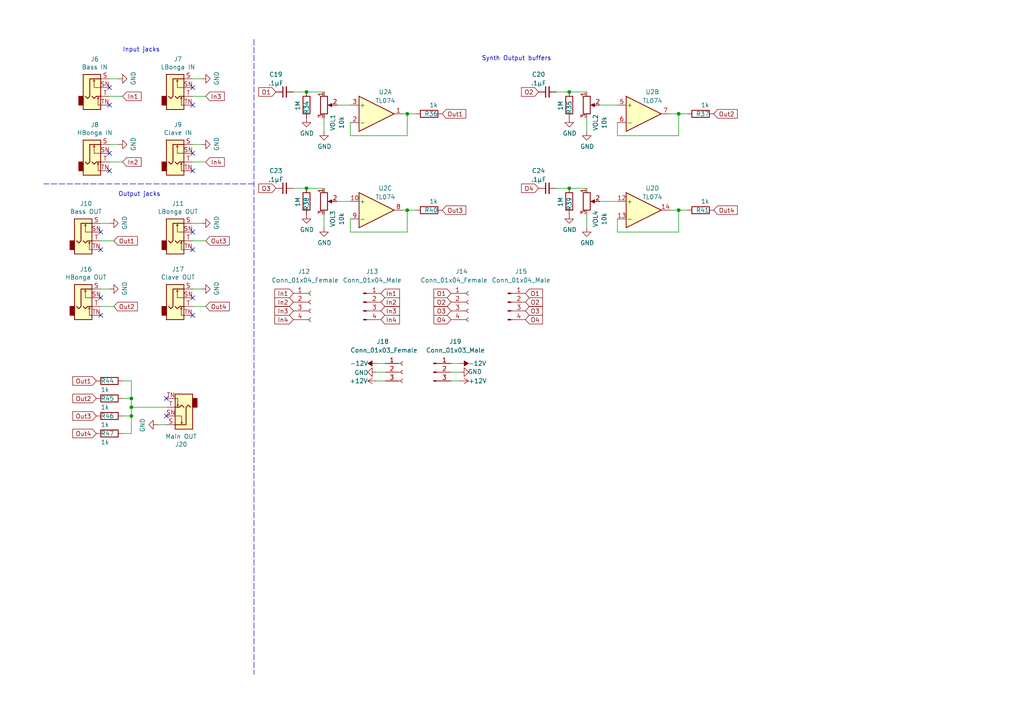
<source format=kicad_sch>
(kicad_sch (version 20211123) (generator eeschema)
  (paper "A4")
  (lib_symbols
    (symbol "Amplifier_Operational:TL074" (pin_names (offset 0.127))
      (property "Reference" "U" (at 0 5.08 0))
      (property "Value" "TL074" (at 0 -5.08 0))
      (symbol "TL074_1_1"
        (polyline (pts (xy -5.08 5.08) (xy 5.08 0) (xy -5.08 -5.08) (xy -5.08 5.08)) (stroke (width 0.254)) (fill (type background)))
        (pin output line (at 7.62 0 180) (length 2.54) (name "~") (number "1"))
        (pin input line (at -7.62 -2.54 0) (length 2.54) (name "-") (number "2"))
        (pin input line (at -7.62 2.54 0) (length 2.54) (name "+") (number "3"))
      )
      (symbol "TL074_2_1"
        (polyline (pts (xy -5.08 5.08) (xy 5.08 0) (xy -5.08 -5.08) (xy -5.08 5.08)) (stroke (width 0.254)) (fill (type background)))
        (pin input line (at -7.62 2.54 0) (length 2.54) (name "+") (number "5"))
        (pin input line (at -7.62 -2.54 0) (length 2.54) (name "-") (number "6"))
        (pin output line (at 7.62 0 180) (length 2.54) (name "~") (number "7"))
      )
      (symbol "TL074_3_1"
        (polyline (pts (xy -5.08 5.08) (xy 5.08 0) (xy -5.08 -5.08) (xy -5.08 5.08)) (stroke (width 0.254)) (fill (type background)))
        (pin input line (at -7.62 2.54 0) (length 2.54) (name "+") (number "10"))
        (pin output line (at 7.62 0 180) (length 2.54) (name "~") (number "8"))
        (pin input line (at -7.62 -2.54 0) (length 2.54) (name "-") (number "9"))
      )
      (symbol "TL074_4_1"
        (polyline (pts (xy -5.08 5.08) (xy 5.08 0) (xy -5.08 -5.08) (xy -5.08 5.08)) (stroke (width 0.254)) (fill (type background)))
        (pin input line (at -7.62 2.54 0) (length 2.54) (name "+") (number "12"))
        (pin input line (at -7.62 -2.54 0) (length 2.54) (name "-") (number "13"))
        (pin output line (at 7.62 0 180) (length 2.54) (name "~") (number "14"))
      )
      (symbol "TL074_5_1"
        (pin power_in line (at -2.54 -7.62 90) (length 3.81) (name "V-") (number "11"))
        (pin power_in line (at -2.54 7.62 270) (length 3.81) (name "V+") (number "4"))
      )
    )
    (symbol "Connector:AudioJack2_Switch"
      (property "Reference" "J" (at 0 11.43 0))
      (property "Value" "AudioJack2_Switch" (at 0 8.89 0))
      (symbol "AudioJack2_Switch_0_1"
        (rectangle (start -2.54 0) (end -3.81 -2.54) (stroke (width 0.254)) (fill (type outline)))
        (rectangle (start 2.54 6.35) (end -2.54 -3.81) (stroke (width 0.254)) (fill (type background)))
      )
      (symbol "AudioJack2_Switch_1_1"
        (polyline (pts (xy 0.635 4.826) (xy 0.889 4.318)))
        (polyline (pts (xy 1.778 -0.254) (xy 2.032 -0.762)))
        (polyline (pts (xy 0 0) (xy 0.635 -0.635) (xy 1.27 0) (xy 2.54 0)) (stroke (width 0.254)))
        (polyline (pts (xy 2.54 -2.54) (xy 1.778 -2.54) (xy 1.778 -0.254) (xy 1.524 -0.762)))
        (polyline (pts (xy 2.54 2.54) (xy 0.635 2.54) (xy 0.635 4.826) (xy 0.381 4.318)))
        (polyline (pts (xy 2.54 5.08) (xy -0.635 5.08) (xy -0.635 0) (xy -1.27 -0.635) (xy -1.905 0)) (stroke (width 0.254)))
        (pin passive line (at 5.08 5.08 180) (length 2.54) (name "~") (number "S"))
        (pin passive line (at 5.08 2.54 180) (length 2.54) (name "~") (number "SN"))
        (pin passive line (at 5.08 0 180) (length 2.54) (name "~") (number "T"))
        (pin passive line (at 5.08 -2.54 180) (length 2.54) (name "~") (number "TN"))
      )
    )
    (symbol "Connector:Conn_01x03_Female" (pin_names (offset 1.016) hide)
      (property "Reference" "J" (at 0 5.08 0))
      (property "Value" "Conn_01x03_Female" (at 0 -5.08 0))
      (symbol "Conn_01x03_Female_1_1"
        (arc (start 0 -2.032) (mid -0.508 -2.54) (end 0 -3.048) (stroke (width 0.1524)))
        (polyline (pts (xy -1.27 -2.54) (xy -0.508 -2.54)) (stroke (width 0.1524)))
        (polyline (pts (xy -1.27 0) (xy -0.508 0)) (stroke (width 0.1524)))
        (polyline (pts (xy -1.27 2.54) (xy -0.508 2.54)) (stroke (width 0.1524)))
        (arc (start 0 0.508) (mid -0.508 0) (end 0 -0.508) (stroke (width 0.1524)))
        (arc (start 0 3.048) (mid -0.508 2.54) (end 0 2.032) (stroke (width 0.1524)))
        (pin passive line (at -5.08 2.54 0) (length 3.81) (name "Pin_1") (number "1"))
        (pin passive line (at -5.08 0 0) (length 3.81) (name "Pin_2") (number "2"))
        (pin passive line (at -5.08 -2.54 0) (length 3.81) (name "Pin_3") (number "3"))
      )
    )
    (symbol "Connector:Conn_01x03_Male" (pin_names (offset 1.016) hide)
      (property "Reference" "J" (at 0 5.08 0))
      (property "Value" "Conn_01x03_Male" (at 0 -5.08 0))
      (symbol "Conn_01x03_Male_1_1"
        (polyline (pts (xy 1.27 -2.54) (xy 0.8636 -2.54)) (stroke (width 0.1524)))
        (polyline (pts (xy 1.27 0) (xy 0.8636 0)) (stroke (width 0.1524)))
        (polyline (pts (xy 1.27 2.54) (xy 0.8636 2.54)) (stroke (width 0.1524)))
        (rectangle (start 0.8636 -2.413) (end 0 -2.667) (stroke (width 0.1524)) (fill (type outline)))
        (rectangle (start 0.8636 0.127) (end 0 -0.127) (stroke (width 0.1524)) (fill (type outline)))
        (rectangle (start 0.8636 2.667) (end 0 2.413) (stroke (width 0.1524)) (fill (type outline)))
        (pin passive line (at 5.08 2.54 180) (length 3.81) (name "Pin_1") (number "1"))
        (pin passive line (at 5.08 0 180) (length 3.81) (name "Pin_2") (number "2"))
        (pin passive line (at 5.08 -2.54 180) (length 3.81) (name "Pin_3") (number "3"))
      )
    )
    (symbol "Connector:Conn_01x04_Female" (pin_names (offset 1.016) hide)
      (property "Reference" "J" (at 0 5.08 0))
      (property "Value" "Conn_01x04_Female" (at 0 -7.62 0))
      (symbol "Conn_01x04_Female_1_1"
        (arc (start 0 -4.572) (mid -0.508 -5.08) (end 0 -5.588) (stroke (width 0.1524)))
        (arc (start 0 -2.032) (mid -0.508 -2.54) (end 0 -3.048) (stroke (width 0.1524)))
        (polyline (pts (xy -1.27 -5.08) (xy -0.508 -5.08)) (stroke (width 0.1524)))
        (polyline (pts (xy -1.27 -2.54) (xy -0.508 -2.54)) (stroke (width 0.1524)))
        (polyline (pts (xy -1.27 0) (xy -0.508 0)) (stroke (width 0.1524)))
        (polyline (pts (xy -1.27 2.54) (xy -0.508 2.54)) (stroke (width 0.1524)))
        (arc (start 0 0.508) (mid -0.508 0) (end 0 -0.508) (stroke (width 0.1524)))
        (arc (start 0 3.048) (mid -0.508 2.54) (end 0 2.032) (stroke (width 0.1524)))
        (pin passive line (at -5.08 2.54 0) (length 3.81) (name "Pin_1") (number "1"))
        (pin passive line (at -5.08 0 0) (length 3.81) (name "Pin_2") (number "2"))
        (pin passive line (at -5.08 -2.54 0) (length 3.81) (name "Pin_3") (number "3"))
        (pin passive line (at -5.08 -5.08 0) (length 3.81) (name "Pin_4") (number "4"))
      )
    )
    (symbol "Connector:Conn_01x04_Male" (pin_names (offset 1.016) hide)
      (property "Reference" "J" (at 0 5.08 0))
      (property "Value" "Conn_01x04_Male" (at 0 -7.62 0))
      (symbol "Conn_01x04_Male_1_1"
        (polyline (pts (xy 1.27 -5.08) (xy 0.8636 -5.08)) (stroke (width 0.1524)))
        (polyline (pts (xy 1.27 -2.54) (xy 0.8636 -2.54)) (stroke (width 0.1524)))
        (polyline (pts (xy 1.27 0) (xy 0.8636 0)) (stroke (width 0.1524)))
        (polyline (pts (xy 1.27 2.54) (xy 0.8636 2.54)) (stroke (width 0.1524)))
        (rectangle (start 0.8636 -4.953) (end 0 -5.207) (stroke (width 0.1524)) (fill (type outline)))
        (rectangle (start 0.8636 -2.413) (end 0 -2.667) (stroke (width 0.1524)) (fill (type outline)))
        (rectangle (start 0.8636 0.127) (end 0 -0.127) (stroke (width 0.1524)) (fill (type outline)))
        (rectangle (start 0.8636 2.667) (end 0 2.413) (stroke (width 0.1524)) (fill (type outline)))
        (pin passive line (at 5.08 2.54 180) (length 3.81) (name "Pin_1") (number "1"))
        (pin passive line (at 5.08 0 180) (length 3.81) (name "Pin_2") (number "2"))
        (pin passive line (at 5.08 -2.54 180) (length 3.81) (name "Pin_3") (number "3"))
        (pin passive line (at 5.08 -5.08 180) (length 3.81) (name "Pin_4") (number "4"))
      )
    )
    (symbol "Device:C_Small" (pin_numbers hide) (pin_names (offset 0.254) hide)
      (property "Reference" "C" (at 0.254 1.778 0))
      (property "Value" "C_Small" (at 0.254 -2.032 0))
      (symbol "C_Small_0_1"
        (polyline (pts (xy -1.524 -0.508) (xy 1.524 -0.508)) (stroke (width 0.3302)))
        (polyline (pts (xy -1.524 0.508) (xy 1.524 0.508)) (stroke (width 0.3048)))
      )
      (symbol "C_Small_1_1"
        (pin passive line (at 0 2.54 270) (length 2.032) (name "~") (number "1"))
        (pin passive line (at 0 -2.54 90) (length 2.032) (name "~") (number "2"))
      )
    )
    (symbol "Device:R" (pin_numbers hide) (pin_names (offset 0))
      (property "Reference" "R" (at 2.032 0 90))
      (property "Value" "R" (at 0 0 90))
      (symbol "R_0_1"
        (rectangle (start -1.016 -2.54) (end 1.016 2.54) (stroke (width 0.254)))
      )
      (symbol "R_1_1"
        (pin passive line (at 0 3.81 270) (length 1.27) (name "~") (number "1"))
        (pin passive line (at 0 -3.81 90) (length 1.27) (name "~") (number "2"))
      )
    )
    (symbol "Device:R_POT" (pin_names (offset 1.016) hide)
      (property "Reference" "RV" (at -4.445 0 90))
      (property "Value" "Device_R_POT" (at -2.54 0 90))
      (symbol "R_POT_0_1"
        (polyline (pts (xy 2.54 0) (xy 1.524 0)))
        (polyline (pts (xy 1.143 0) (xy 2.286 0.508) (xy 2.286 -0.508) (xy 1.143 0)) (fill (type outline)))
        (rectangle (start 1.016 2.54) (end -1.016 -2.54) (stroke (width 0.254)))
      )
      (symbol "R_POT_1_1"
        (pin passive line (at 0 3.81 270) (length 1.27) (name "1") (number "1"))
        (pin passive line (at 3.81 0 180) (length 1.27) (name "2") (number "2"))
        (pin passive line (at 0 -3.81 90) (length 1.27) (name "3") (number "3"))
      )
    )
    (symbol "power:+12V" (power) (pin_names (offset 0))
      (property "Value" "+12V" (at 0 3.556 0))
      (symbol "+12V_0_1"
        (polyline (pts (xy -0.762 1.27) (xy 0 2.54)))
        (polyline (pts (xy 0 0) (xy 0 2.54)))
        (polyline (pts (xy 0 2.54) (xy 0.762 1.27)))
      )
      (symbol "+12V_1_1"
        (pin power_in line (at 0 0 90) (length 0) hide (name "+12V") (number "1"))
      )
    )
    (symbol "power:-12V" (power) (pin_names (offset 0))
      (property "Value" "-12V" (at 0 3.81 0))
      (symbol "-12V_0_0"
        (pin power_in line (at 0 0 90) (length 0) hide (name "-12V") (number "1"))
      )
      (symbol "-12V_0_1"
        (polyline (pts (xy 0 0) (xy 0 1.27) (xy 0.762 1.27) (xy 0 2.54) (xy -0.762 1.27) (xy 0 1.27)) (fill (type outline)))
      )
    )
    (symbol "power:GND" (power) (pin_names (offset 0))
      (property "Value" "GND" (at 0 -3.81 0))
      (symbol "GND_0_1"
        (polyline (pts (xy 0 0) (xy 0 -1.27) (xy 1.27 -1.27) (xy 0 -2.54) (xy -1.27 -1.27) (xy 0 -1.27)))
      )
      (symbol "GND_1_1"
        (pin power_in line (at 0 0 270) (length 0) hide (name "GND") (number "1"))
      )
    )
  )
  (junction (at 196.85 60.96))
  (junction (at 88.9 26.67))
  (junction (at 118.11 60.96))
  (junction (at 196.85 33.02))
  (junction (at 38.1 115.57))
  (junction (at 38.1 120.65))
  (junction (at 165.1 54.61))
  (junction (at 38.1 118.11))
  (junction (at 165.1 26.67))
  (junction (at 88.9 54.61))
  (junction (at 118.11 33.02))
  (no_connect (at 55.88 86.36))
  (no_connect (at 55.88 67.31))
  (no_connect (at 31.75 49.53))
  (no_connect (at 48.26 115.57))
  (no_connect (at 31.75 44.45))
  (no_connect (at 55.88 49.53))
  (no_connect (at 29.21 91.44))
  (no_connect (at 48.26 120.65))
  (no_connect (at 29.21 72.39))
  (no_connect (at 31.75 30.48))
  (no_connect (at 55.88 30.48))
  (no_connect (at 55.88 25.4))
  (no_connect (at 55.88 72.39))
  (no_connect (at 55.88 44.45))
  (no_connect (at 29.21 86.36))
  (no_connect (at 29.21 67.31))
  (no_connect (at 55.88 91.44))
  (no_connect (at 31.75 25.4))
  (wire (pts (xy 48.26 123.19) (xy 45.72 123.19)))
  (wire (pts (xy 35.56 120.65) (xy 38.1 120.65)))
  (wire (pts (xy 88.9 26.67) (xy 93.98 26.67)))
  (wire (pts (xy 173.99 30.48) (xy 179.07 30.48)))
  (wire (pts (xy 179.07 67.31) (xy 196.85 67.31)))
  (wire (pts (xy 31.75 41.91) (xy 34.29 41.91)))
  (wire (pts (xy 38.1 110.49) (xy 38.1 115.57)))
  (wire (pts (xy 59.69 27.94) (xy 55.88 27.94)))
  (wire (pts (xy 161.29 54.61) (xy 165.1 54.61)))
  (wire (pts (xy 170.18 62.23) (xy 170.18 66.04)))
  (wire (pts (xy 55.88 83.82) (xy 58.42 83.82)))
  (wire (pts (xy 130.81 107.95) (xy 133.35 107.95)))
  (wire (pts (xy 38.1 118.11) (xy 48.26 118.11)))
  (polyline (pts (xy 73.66 53.34) (xy 12.7 53.34)))
  (wire (pts (xy 109.22 110.49) (xy 111.76 110.49)))
  (polyline (pts (xy 73.66 11.43) (xy 73.66 195.58)))
  (wire (pts (xy 55.88 41.91) (xy 58.42 41.91)))
  (wire (pts (xy 170.18 34.29) (xy 170.18 38.1)))
  (wire (pts (xy 88.9 54.61) (xy 93.98 54.61)))
  (wire (pts (xy 101.6 67.31) (xy 101.6 63.5)))
  (wire (pts (xy 196.85 60.96) (xy 199.39 60.96)))
  (wire (pts (xy 35.56 46.99) (xy 31.75 46.99)))
  (wire (pts (xy 194.31 33.02) (xy 196.85 33.02)))
  (wire (pts (xy 118.11 60.96) (xy 120.65 60.96)))
  (wire (pts (xy 29.21 64.77) (xy 31.75 64.77)))
  (wire (pts (xy 59.69 46.99) (xy 55.88 46.99)))
  (wire (pts (xy 118.11 33.02) (xy 120.65 33.02)))
  (wire (pts (xy 194.31 60.96) (xy 196.85 60.96)))
  (wire (pts (xy 97.79 58.42) (xy 101.6 58.42)))
  (wire (pts (xy 93.98 34.29) (xy 93.98 38.1)))
  (wire (pts (xy 109.22 105.41) (xy 111.76 105.41)))
  (wire (pts (xy 130.81 110.49) (xy 133.35 110.49)))
  (wire (pts (xy 165.1 26.67) (xy 170.18 26.67)))
  (wire (pts (xy 55.88 22.86) (xy 58.42 22.86)))
  (wire (pts (xy 59.69 69.85) (xy 55.88 69.85)))
  (wire (pts (xy 85.09 54.61) (xy 88.9 54.61)))
  (wire (pts (xy 165.1 54.61) (xy 170.18 54.61)))
  (wire (pts (xy 93.98 62.23) (xy 93.98 66.04)))
  (wire (pts (xy 101.6 39.37) (xy 101.6 35.56)))
  (wire (pts (xy 33.02 69.85) (xy 29.21 69.85)))
  (wire (pts (xy 109.22 107.95) (xy 111.76 107.95)))
  (wire (pts (xy 33.02 88.9) (xy 29.21 88.9)))
  (wire (pts (xy 38.1 118.11) (xy 38.1 120.65)))
  (wire (pts (xy 97.79 30.48) (xy 101.6 30.48)))
  (wire (pts (xy 179.07 39.37) (xy 179.07 35.56)))
  (wire (pts (xy 196.85 67.31) (xy 196.85 60.96)))
  (wire (pts (xy 101.6 39.37) (xy 118.11 39.37)))
  (wire (pts (xy 31.75 22.86) (xy 34.29 22.86)))
  (wire (pts (xy 196.85 33.02) (xy 199.39 33.02)))
  (wire (pts (xy 130.81 105.41) (xy 133.35 105.41)))
  (wire (pts (xy 118.11 33.02) (xy 118.11 39.37)))
  (wire (pts (xy 55.88 64.77) (xy 58.42 64.77)))
  (wire (pts (xy 35.56 110.49) (xy 38.1 110.49)))
  (wire (pts (xy 161.29 26.67) (xy 165.1 26.67)))
  (wire (pts (xy 173.99 58.42) (xy 179.07 58.42)))
  (wire (pts (xy 116.84 33.02) (xy 118.11 33.02)))
  (wire (pts (xy 29.21 83.82) (xy 31.75 83.82)))
  (wire (pts (xy 118.11 60.96) (xy 118.11 67.31)))
  (wire (pts (xy 196.85 39.37) (xy 196.85 33.02)))
  (wire (pts (xy 38.1 115.57) (xy 38.1 118.11)))
  (wire (pts (xy 59.69 88.9) (xy 55.88 88.9)))
  (wire (pts (xy 85.09 26.67) (xy 88.9 26.67)))
  (wire (pts (xy 101.6 67.31) (xy 118.11 67.31)))
  (wire (pts (xy 35.56 27.94) (xy 31.75 27.94)))
  (wire (pts (xy 38.1 120.65) (xy 38.1 125.73)))
  (wire (pts (xy 116.84 60.96) (xy 118.11 60.96)))
  (wire (pts (xy 35.56 115.57) (xy 38.1 115.57)))
  (wire (pts (xy 179.07 67.31) (xy 179.07 63.5)))
  (wire (pts (xy 179.07 39.37) (xy 196.85 39.37)))
  (wire (pts (xy 38.1 125.73) (xy 35.56 125.73)))
  (text "Synth Output buffers" (at 139.7 17.78 0) (effects (font (size 1.27 1.27)) (justify left bottom)))
  (text "Input jacks" (at 35.56 15.24 0) (effects (font (size 1.27 1.27)) (justify left bottom)))
  (text "Output jacks" (at 34.29 57.15 0) (effects (font (size 1.27 1.27)) (justify left bottom)))
  (global_label "In2" (shape input) (at 85.09 87.63 180) (property "Intersheet References" "${INTERSHEET_REFS}" (effects hide)))
  (global_label "O3" (shape input) (at 80.01 54.61 180) (property "Intersheet References" "${INTERSHEET_REFS}" (effects hide)))
  (global_label "O3" (shape input) (at 152.4 90.17 0) (property "Intersheet References" "${INTERSHEET_REFS}" (effects hide)))
  (global_label "In1" (shape input) (at 110.49 85.09 0) (property "Intersheet References" "${INTERSHEET_REFS}" (effects hide)))
  (global_label "Out1" (shape input) (at 128.27 33.02 0) (property "Intersheet References" "${INTERSHEET_REFS}" (effects hide)))
  (global_label "Out3" (shape input) (at 59.69 69.85 0) (property "Intersheet References" "${INTERSHEET_REFS}" (effects hide)))
  (global_label "Out1" (shape input) (at 33.02 69.85 0) (property "Intersheet References" "${INTERSHEET_REFS}" (effects hide)))
  (global_label "In4" (shape input) (at 59.69 46.99 0) (property "Intersheet References" "${INTERSHEET_REFS}" (effects hide)))
  (global_label "Out2" (shape input) (at 27.94 115.57 180) (property "Intersheet References" "${INTERSHEET_REFS}" (effects hide)))
  (global_label "O2" (shape input) (at 130.81 87.63 180) (property "Intersheet References" "${INTERSHEET_REFS}" (effects hide)))
  (global_label "O4" (shape input) (at 152.4 92.71 0) (property "Intersheet References" "${INTERSHEET_REFS}" (effects hide)))
  (global_label "In2" (shape input) (at 110.49 87.63 0) (property "Intersheet References" "${INTERSHEET_REFS}" (effects hide)))
  (global_label "Out1" (shape input) (at 27.94 110.49 180) (property "Intersheet References" "${INTERSHEET_REFS}" (effects hide)))
  (global_label "Out3" (shape input) (at 27.94 120.65 180) (property "Intersheet References" "${INTERSHEET_REFS}" (effects hide)))
  (global_label "In3" (shape input) (at 59.69 27.94 0) (property "Intersheet References" "${INTERSHEET_REFS}" (effects hide)))
  (global_label "O2" (shape input) (at 152.4 87.63 0) (property "Intersheet References" "${INTERSHEET_REFS}" (effects hide)))
  (global_label "O2" (shape input) (at 156.21 26.67 180) (property "Intersheet References" "${INTERSHEET_REFS}" (effects hide)))
  (global_label "Out3" (shape input) (at 128.27 60.96 0) (property "Intersheet References" "${INTERSHEET_REFS}" (effects hide)))
  (global_label "O3" (shape input) (at 130.81 90.17 180) (property "Intersheet References" "${INTERSHEET_REFS}" (effects hide)))
  (global_label "Out2" (shape input) (at 33.02 88.9 0) (property "Intersheet References" "${INTERSHEET_REFS}" (effects hide)))
  (global_label "Out4" (shape input) (at 207.01 60.96 0) (property "Intersheet References" "${INTERSHEET_REFS}" (effects hide)))
  (global_label "O4" (shape input) (at 156.21 54.61 180) (property "Intersheet References" "${INTERSHEET_REFS}" (effects hide)))
  (global_label "In2" (shape input) (at 35.56 46.99 0) (property "Intersheet References" "${INTERSHEET_REFS}" (effects hide)))
  (global_label "In1" (shape input) (at 85.09 85.09 180) (property "Intersheet References" "${INTERSHEET_REFS}" (effects hide)))
  (global_label "Out4" (shape input) (at 59.69 88.9 0) (property "Intersheet References" "${INTERSHEET_REFS}" (effects hide)))
  (global_label "Out4" (shape input) (at 27.94 125.73 180) (property "Intersheet References" "${INTERSHEET_REFS}" (effects hide)))
  (global_label "O1" (shape input) (at 152.4 85.09 0) (property "Intersheet References" "${INTERSHEET_REFS}" (effects hide)))
  (global_label "In1" (shape input) (at 35.56 27.94 0) (property "Intersheet References" "${INTERSHEET_REFS}" (effects hide)))
  (global_label "In3" (shape input) (at 85.09 90.17 180) (property "Intersheet References" "${INTERSHEET_REFS}" (effects hide)))
  (global_label "In4" (shape input) (at 110.49 92.71 0) (property "Intersheet References" "${INTERSHEET_REFS}" (effects hide)))
  (global_label "O1" (shape input) (at 130.81 85.09 180) (property "Intersheet References" "${INTERSHEET_REFS}" (effects hide)))
  (global_label "O1" (shape input) (at 80.01 26.67 180) (property "Intersheet References" "${INTERSHEET_REFS}" (effects hide)))
  (global_label "Out2" (shape input) (at 207.01 33.02 0) (property "Intersheet References" "${INTERSHEET_REFS}" (effects hide)))
  (global_label "O4" (shape input) (at 130.81 92.71 180) (property "Intersheet References" "${INTERSHEET_REFS}" (effects hide)))
  (global_label "In4" (shape input) (at 85.09 92.71 180) (property "Intersheet References" "${INTERSHEET_REFS}" (effects hide)))
  (global_label "In3" (shape input) (at 110.49 90.17 0) (property "Intersheet References" "${INTERSHEET_REFS}" (effects hide)))
  (symbol (lib_id "Connector:AudioJack2_Switch") (at 26.67 27.94 0) (unit 1)
    (property "Reference" "J6" (at 27.4828 17.145 0))
    (property "Value" "Bass IN" (at 27.4828 19.4564 0))
    (property "Footprint" "Connector_Audio:Jack_3.5mm_QingPu_WQP-PJ398SM_Vertical_CircularHoles" (effects hide))
  )
  (symbol (lib_id "power:GND") (at 34.29 22.86 90) (unit 1)
    (property "Reference" "#PWR025" (effects hide))
    (property "Value" "GND" (at 38.6842 22.733 0))
  )
  (symbol (lib_id "Connector:AudioJack2_Switch") (at 26.67 46.99 0) (unit 1)
    (property "Reference" "J8" (at 27.4828 36.195 0))
    (property "Value" "HBonga IN" (at 27.4828 38.5064 0))
    (property "Footprint" "Connector_Audio:Jack_3.5mm_QingPu_WQP-PJ398SM_Vertical_CircularHoles" (effects hide))
  )
  (symbol (lib_id "power:GND") (at 34.29 41.91 90) (unit 1)
    (property "Reference" "#PWR031" (effects hide))
    (property "Value" "GND" (at 38.6842 41.783 0))
  )
  (symbol (lib_id "Connector:AudioJack2_Switch") (at 50.8 27.94 0) (unit 1)
    (property "Reference" "J7" (at 51.6128 17.145 0))
    (property "Value" "LBonga IN" (at 51.6128 19.4564 0))
    (property "Footprint" "Connector_Audio:Jack_3.5mm_QingPu_WQP-PJ398SM_Vertical_CircularHoles" (effects hide))
  )
  (symbol (lib_id "power:GND") (at 58.42 22.86 90) (unit 1)
    (property "Reference" "#PWR026" (effects hide))
    (property "Value" "GND" (at 62.8142 22.733 0))
  )
  (symbol (lib_id "Connector:AudioJack2_Switch") (at 50.8 46.99 0) (unit 1)
    (property "Reference" "J9" (at 51.6128 36.195 0))
    (property "Value" "Clave IN" (at 51.6128 38.5064 0))
    (property "Footprint" "Connector_Audio:Jack_3.5mm_QingPu_WQP-PJ398SM_Vertical_CircularHoles" (effects hide))
  )
  (symbol (lib_id "power:GND") (at 58.42 41.91 90) (unit 1)
    (property "Reference" "#PWR032" (effects hide))
    (property "Value" "GND" (at 62.8142 41.783 0))
  )
  (symbol (lib_id "Device:R") (at 124.46 60.96 270) (unit 1)
    (property "Reference" "R40" (at 127 60.96 90) (effects (justify right)))
    (property "Value" "1k" (at 127 58.42 90) (effects (justify right)))
    (property "Footprint" "Resistor_THT:R_Axial_DIN0207_L6.3mm_D2.5mm_P10.16mm_Horizontal" (effects hide))
  )
  (symbol (lib_id "Amplifier_Operational:TL074") (at 109.22 33.02 0) (unit 1)
    (property "Reference" "U2" (at 111.76 26.67 0))
    (property "Value" "TL074" (at 111.76 29.21 0))
    (property "Footprint" "Package_DIP:DIP-14_W7.62mm_Socket" (effects hide))
    (property "Datasheet" "http://www.ti.com/lit/ds/symlink/tl071.pdf" (effects hide))
  )
  (symbol (lib_id "Amplifier_Operational:TL074") (at 186.69 33.02 0) (unit 2)
    (property "Reference" "U2" (at 189.23 26.67 0))
    (property "Value" "TL074" (at 189.23 29.21 0))
    (property "Footprint" "Package_DIP:DIP-14_W7.62mm_Socket" (effects hide))
    (property "Datasheet" "http://www.ti.com/lit/ds/symlink/tl071.pdf" (effects hide))
  )
  (symbol (lib_id "Amplifier_Operational:TL074") (at 109.22 60.96 0) (unit 3)
    (property "Reference" "U2" (at 111.76 54.61 0))
    (property "Value" "TL074" (at 111.76 57.15 0))
    (property "Footprint" "Package_DIP:DIP-14_W7.62mm_Socket" (effects hide))
    (property "Datasheet" "http://www.ti.com/lit/ds/symlink/tl071.pdf" (effects hide))
  )
  (symbol (lib_id "Amplifier_Operational:TL074") (at 186.69 60.96 0) (unit 4)
    (property "Reference" "U2" (at 189.23 54.61 0))
    (property "Value" "TL074" (at 189.23 57.15 0))
    (property "Footprint" "Package_DIP:DIP-14_W7.62mm_Socket" (effects hide))
    (property "Datasheet" "http://www.ti.com/lit/ds/symlink/tl071.pdf" (effects hide))
  )
  (symbol (lib_id "Device:C_Small") (at 82.55 54.61 90) (unit 1)
    (property "Reference" "C23" (at 80.01 49.53 90))
    (property "Value" ".1µF" (at 80.01 52.07 90))
    (property "Footprint" "Capacitor_THT:C_Disc_D7.0mm_W2.5mm_P5.00mm" (effects hide))
  )
  (symbol (lib_id "Device:R") (at 88.9 58.42 0) (unit 1)
    (property "Reference" "R38" (at 88.9 57.15 90) (effects (justify right)))
    (property "Value" "1M" (at 86.36 57.15 90) (effects (justify right)))
    (property "Footprint" "Resistor_THT:R_Axial_DIN0207_L6.3mm_D2.5mm_P10.16mm_Horizontal" (effects hide))
  )
  (symbol (lib_id "power:GND") (at 88.9 62.23 0) (unit 1)
    (property "Reference" "#PWR033" (effects hide))
    (property "Value" "GND" (at 89.027 66.6242 0))
  )
  (symbol (lib_id "Device:R_POT") (at 93.98 58.42 0) (unit 1)
    (property "Reference" "VOL3" (at 96.52 63.5 90))
    (property "Value" "10k" (at 99.06 63.5 90))
    (property "Footprint" "Potentiometer_THT:Potentiometer_Bourns_PTV09A-1_Single_Vertical" (effects hide))
  )
  (symbol (lib_id "Device:R_POT") (at 170.18 30.48 0) (unit 1)
    (property "Reference" "VOL2" (at 172.72 35.56 90))
    (property "Value" "10k" (at 175.26 35.56 90))
    (property "Footprint" "Potentiometer_THT:Potentiometer_Bourns_PTV09A-1_Single_Vertical" (effects hide))
  )
  (symbol (lib_id "Device:R_POT") (at 170.18 58.42 0) (unit 1)
    (property "Reference" "VOL4" (at 172.72 63.5 90))
    (property "Value" "10k" (at 175.26 63.5 90))
    (property "Footprint" "Potentiometer_THT:Potentiometer_Bourns_PTV09A-1_Single_Vertical" (effects hide))
  )
  (symbol (lib_id "Device:C_Small") (at 158.75 54.61 90) (unit 1)
    (property "Reference" "C24" (at 156.21 49.53 90))
    (property "Value" ".1µF" (at 156.21 52.07 90))
    (property "Footprint" "Capacitor_THT:C_Disc_D7.0mm_W2.5mm_P5.00mm" (effects hide))
  )
  (symbol (lib_id "Device:R") (at 165.1 58.42 0) (unit 1)
    (property "Reference" "R39" (at 165.1 57.15 90) (effects (justify right)))
    (property "Value" "1M" (at 162.56 57.15 90) (effects (justify right)))
    (property "Footprint" "Resistor_THT:R_Axial_DIN0207_L6.3mm_D2.5mm_P10.16mm_Horizontal" (effects hide))
  )
  (symbol (lib_id "power:GND") (at 165.1 62.23 0) (unit 1)
    (property "Reference" "#PWR034" (effects hide))
    (property "Value" "GND" (at 165.227 66.6242 0))
  )
  (symbol (lib_id "Device:C_Small") (at 158.75 26.67 90) (unit 1)
    (property "Reference" "C20" (at 156.21 21.59 90))
    (property "Value" ".1µF" (at 156.21 24.13 90))
    (property "Footprint" "Capacitor_THT:C_Disc_D7.0mm_W2.5mm_P5.00mm" (effects hide))
  )
  (symbol (lib_id "Device:R") (at 165.1 30.48 0) (unit 1)
    (property "Reference" "R35" (at 165.1 29.21 90) (effects (justify right)))
    (property "Value" "1M" (at 162.56 29.21 90) (effects (justify right)))
    (property "Footprint" "Resistor_THT:R_Axial_DIN0207_L6.3mm_D2.5mm_P10.16mm_Horizontal" (effects hide))
  )
  (symbol (lib_id "power:GND") (at 165.1 34.29 0) (unit 1)
    (property "Reference" "#PWR028" (effects hide))
    (property "Value" "GND" (at 165.227 38.6842 0))
  )
  (symbol (lib_id "Device:C_Small") (at 82.55 26.67 90) (unit 1)
    (property "Reference" "C19" (at 80.01 21.59 90))
    (property "Value" ".1µF" (at 80.01 24.13 90))
    (property "Footprint" "Capacitor_THT:C_Disc_D7.0mm_W2.5mm_P5.00mm" (effects hide))
  )
  (symbol (lib_id "Device:R") (at 88.9 30.48 0) (unit 1)
    (property "Reference" "R34" (at 88.9 29.21 90) (effects (justify right)))
    (property "Value" "1M" (at 86.36 29.21 90) (effects (justify right)))
    (property "Footprint" "Resistor_THT:R_Axial_DIN0207_L6.3mm_D2.5mm_P10.16mm_Horizontal" (effects hide))
  )
  (symbol (lib_id "power:GND") (at 88.9 34.29 0) (unit 1)
    (property "Reference" "#PWR027" (effects hide))
    (property "Value" "GND" (at 89.027 38.6842 0))
  )
  (symbol (lib_id "power:GND") (at 93.98 66.04 0) (unit 1)
    (property "Reference" "#PWR037" (effects hide))
    (property "Value" "GND" (at 94.107 70.4342 0))
  )
  (symbol (lib_id "Device:R_POT") (at 93.98 30.48 0) (unit 1)
    (property "Reference" "VOL1" (at 96.52 35.56 90))
    (property "Value" "10k" (at 99.06 35.56 90))
    (property "Footprint" "Potentiometer_THT:Potentiometer_Bourns_PTV09A-1_Single_Vertical" (effects hide))
  )
  (symbol (lib_id "power:GND") (at 93.98 38.1 0) (unit 1)
    (property "Reference" "#PWR029" (effects hide))
    (property "Value" "GND" (at 94.107 42.4942 0))
  )
  (symbol (lib_id "Connector:AudioJack2_Switch") (at 24.13 69.85 0) (unit 1)
    (property "Reference" "J10" (at 24.9428 59.055 0))
    (property "Value" "Bass OUT" (at 24.9428 61.3664 0))
    (property "Footprint" "Connector_Audio:Jack_3.5mm_QingPu_WQP-PJ398SM_Vertical_CircularHoles" (effects hide))
  )
  (symbol (lib_id "power:GND") (at 31.75 64.77 90) (unit 1)
    (property "Reference" "#PWR035" (effects hide))
    (property "Value" "GND" (at 36.1442 64.643 0))
  )
  (symbol (lib_id "Connector:AudioJack2_Switch") (at 24.13 88.9 0) (unit 1)
    (property "Reference" "J16" (at 24.9428 78.105 0))
    (property "Value" "HBonga OUT" (at 24.9428 80.4164 0))
    (property "Footprint" "Connector_Audio:Jack_3.5mm_QingPu_WQP-PJ398SM_Vertical_CircularHoles" (effects hide))
  )
  (symbol (lib_id "power:GND") (at 31.75 83.82 90) (unit 1)
    (property "Reference" "#PWR039" (effects hide))
    (property "Value" "GND" (at 36.1442 83.693 0))
  )
  (symbol (lib_id "Connector:AudioJack2_Switch") (at 50.8 69.85 0) (unit 1)
    (property "Reference" "J11" (at 51.6128 59.055 0))
    (property "Value" "LBonga OUT" (at 51.6128 61.3664 0))
    (property "Footprint" "Connector_Audio:Jack_3.5mm_QingPu_WQP-PJ398SM_Vertical_CircularHoles" (effects hide))
  )
  (symbol (lib_id "power:GND") (at 58.42 64.77 90) (unit 1)
    (property "Reference" "#PWR036" (effects hide))
    (property "Value" "GND" (at 62.8142 64.643 0))
  )
  (symbol (lib_id "Connector:AudioJack2_Switch") (at 50.8 88.9 0) (unit 1)
    (property "Reference" "J17" (at 51.6128 78.105 0))
    (property "Value" "Clave OUT" (at 51.6128 80.4164 0))
    (property "Footprint" "Connector_Audio:Jack_3.5mm_QingPu_WQP-PJ398SM_Vertical_CircularHoles" (effects hide))
  )
  (symbol (lib_id "power:GND") (at 58.42 83.82 90) (unit 1)
    (property "Reference" "#PWR040" (effects hide))
    (property "Value" "GND" (at 62.8142 83.693 0))
  )
  (symbol (lib_id "power:GND") (at 170.18 66.04 0) (unit 1)
    (property "Reference" "#PWR038" (effects hide))
    (property "Value" "GND" (at 170.307 70.4342 0))
  )
  (symbol (lib_id "power:GND") (at 170.18 38.1 0) (unit 1)
    (property "Reference" "#PWR030" (effects hide))
    (property "Value" "GND" (at 170.307 42.4942 0))
  )
  (symbol (lib_id "Connector:Conn_01x04_Female") (at 135.89 87.63 0) (unit 1)
    (property "Reference" "J14" (at 132.08 78.74 0) (effects (justify left)))
    (property "Value" "Conn_01x04_Female" (at 121.92 81.28 0) (effects (justify left)))
    (property "Footprint" "Connector_PinSocket_2.54mm:PinSocket_1x04_P2.54mm_Vertical" (effects hide))
  )
  (symbol (lib_id "Connector:Conn_01x04_Male") (at 147.32 87.63 0) (unit 1)
    (property "Reference" "J15" (at 151.13 78.74 0))
    (property "Value" "Conn_01x04_Male" (at 151.13 81.28 0))
    (property "Footprint" "Connector_PinHeader_2.54mm:PinHeader_1x04_P2.54mm_Vertical" (effects hide))
  )
  (symbol (lib_id "Connector:Conn_01x04_Female") (at 90.17 87.63 0) (unit 1)
    (property "Reference" "J12" (at 86.36 78.74 0) (effects (justify left)))
    (property "Value" "Conn_01x04_Female" (at 78.74 81.28 0) (effects (justify left)))
    (property "Footprint" "Connector_PinSocket_2.54mm:PinSocket_1x04_P2.54mm_Vertical" (effects hide))
  )
  (symbol (lib_id "Connector:Conn_01x04_Male") (at 105.41 87.63 0) (unit 1)
    (property "Reference" "J13" (at 107.95 78.74 0))
    (property "Value" "Conn_01x04_Male" (at 107.95 81.28 0))
    (property "Footprint" "Connector_PinHeader_2.54mm:PinHeader_1x04_P2.54mm_Vertical" (effects hide))
  )
  (symbol (lib_id "Device:R") (at 124.46 33.02 270) (unit 1)
    (property "Reference" "R36" (at 127 33.02 90) (effects (justify right)))
    (property "Value" "1k" (at 127 30.48 90) (effects (justify right)))
    (property "Footprint" "Resistor_THT:R_Axial_DIN0207_L6.3mm_D2.5mm_P10.16mm_Horizontal" (effects hide))
  )
  (symbol (lib_id "Device:R") (at 203.2 33.02 270) (unit 1)
    (property "Reference" "R37" (at 205.74 33.02 90) (effects (justify right)))
    (property "Value" "1k" (at 205.74 30.48 90) (effects (justify right)))
    (property "Footprint" "Resistor_THT:R_Axial_DIN0207_L6.3mm_D2.5mm_P10.16mm_Horizontal" (effects hide))
  )
  (symbol (lib_id "Device:R") (at 203.2 60.96 270) (unit 1)
    (property "Reference" "R41" (at 205.74 60.96 90) (effects (justify right)))
    (property "Value" "1k" (at 205.74 58.42 90) (effects (justify right)))
    (property "Footprint" "Resistor_THT:R_Axial_DIN0207_L6.3mm_D2.5mm_P10.16mm_Horizontal" (effects hide))
  )
  (symbol (lib_id "power:GND") (at 45.72 123.19 270) (unit 1)
    (property "Reference" "#PWR054" (effects hide))
    (property "Value" "GND" (at 41.3258 123.317 0))
  )
  (symbol (lib_id "power:+12V") (at 109.22 110.49 90) (unit 1)
    (property "Reference" "#PWR045" (effects hide))
    (property "Value" "+12V" (at 106.68 110.49 90) (effects (justify left)))
  )
  (symbol (lib_id "Connector:Conn_01x03_Male") (at 125.73 107.95 0) (unit 1)
    (property "Reference" "J19" (at 132.08 99.06 0))
    (property "Value" "Conn_01x03_Male" (at 132.08 101.6 0))
    (property "Footprint" "Connector_PinHeader_2.54mm:PinHeader_1x03_P2.54mm_Vertical" (effects hide))
  )
  (symbol (lib_id "power:+12V") (at 133.35 110.49 270) (unit 1)
    (property "Reference" "#PWR046" (effects hide))
    (property "Value" "+12V" (at 135.89 110.49 90) (effects (justify left)))
  )
  (symbol (lib_id "Device:R") (at 31.75 115.57 90) (unit 1)
    (property "Reference" "R45" (at 29.21 115.57 90) (effects (justify right)))
    (property "Value" "1k" (at 29.21 118.11 90) (effects (justify right)))
    (property "Footprint" "Resistor_THT:R_Axial_DIN0207_L6.3mm_D2.5mm_P10.16mm_Horizontal" (effects hide))
  )
  (symbol (lib_id "Connector:AudioJack2_Switch") (at 53.34 118.11 180) (unit 1)
    (property "Reference" "J20" (at 52.5272 128.905 0))
    (property "Value" "Main OUT" (at 52.5272 126.5936 0))
    (property "Footprint" "Connector_Audio:Jack_3.5mm_QingPu_WQP-PJ398SM_Vertical_CircularHoles" (effects hide))
  )
  (symbol (lib_id "power:-12V") (at 133.35 105.41 270) (unit 1)
    (property "Reference" "#PWR042" (effects hide))
    (property "Value" "-12V" (at 138.43 105.41 90))
  )
  (symbol (lib_id "power:-12V") (at 109.22 105.41 90) (unit 1)
    (property "Reference" "#PWR041" (effects hide))
    (property "Value" "-12V" (at 104.14 105.41 90))
  )
  (symbol (lib_id "power:GND") (at 109.22 107.95 270) (unit 1)
    (property "Reference" "#PWR043" (effects hide))
    (property "Value" "GND" (at 104.8258 108.077 90))
  )
  (symbol (lib_id "Device:R") (at 31.75 120.65 90) (unit 1)
    (property "Reference" "R46" (at 29.21 120.65 90) (effects (justify right)))
    (property "Value" "1k" (at 29.21 123.19 90) (effects (justify right)))
    (property "Footprint" "Resistor_THT:R_Axial_DIN0207_L6.3mm_D2.5mm_P10.16mm_Horizontal" (effects hide))
  )
  (symbol (lib_id "Device:R") (at 31.75 125.73 90) (unit 1)
    (property "Reference" "R47" (at 29.21 125.73 90) (effects (justify right)))
    (property "Value" "1k" (at 29.21 128.27 90) (effects (justify right)))
    (property "Footprint" "Resistor_THT:R_Axial_DIN0207_L6.3mm_D2.5mm_P10.16mm_Horizontal" (effects hide))
  )
  (symbol (lib_id "Connector:Conn_01x03_Female") (at 116.84 107.95 0) (unit 1)
    (property "Reference" "J18" (at 109.22 99.06 0) (effects (justify left)))
    (property "Value" "Conn_01x03_Female" (at 101.6 101.6 0) (effects (justify left)))
    (property "Footprint" "Connector_PinSocket_2.54mm:PinSocket_1x03_P2.54mm_Vertical" (effects hide))
  )
  (symbol (lib_id "power:GND") (at 133.35 107.95 90) (unit 1)
    (property "Reference" "#PWR044" (effects hide))
    (property "Value" "GND" (at 137.7442 107.823 90))
  )
  (symbol (lib_id "Device:R") (at 31.75 110.49 90) (unit 1)
    (property "Reference" "R44" (at 29.21 110.49 90) (effects (justify right)))
    (property "Value" "1k" (at 29.21 113.03 90) (effects (justify right)))
    (property "Footprint" "Resistor_THT:R_Axial_DIN0207_L6.3mm_D2.5mm_P10.16mm_Horizontal" (effects hide))
  )
)
</source>
